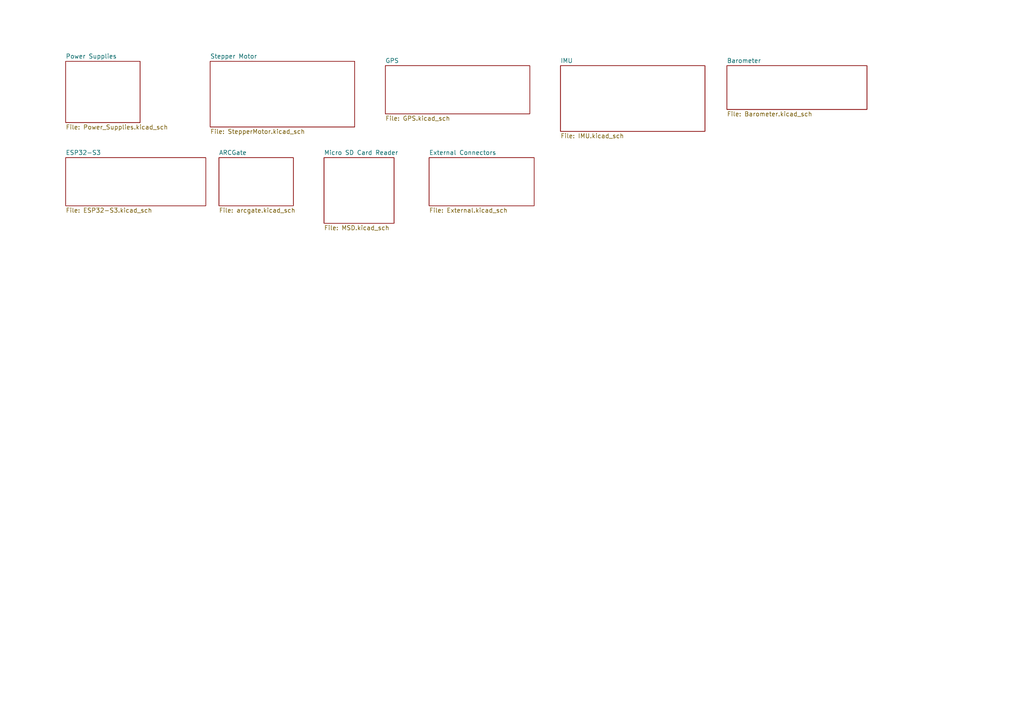
<source format=kicad_sch>
(kicad_sch
	(version 20250114)
	(generator "eeschema")
	(generator_version "9.0")
	(uuid "871c113b-1a4a-4bcb-9321-c2ba27503110")
	(paper "A4")
	(lib_symbols)
	(sheet
		(at 162.56 19.05)
		(size 41.91 19.05)
		(exclude_from_sim no)
		(in_bom yes)
		(on_board yes)
		(dnp no)
		(fields_autoplaced yes)
		(stroke
			(width 0.1524)
			(type solid)
		)
		(fill
			(color 0 0 0 0.0000)
		)
		(uuid "03eacf75-a13f-43eb-aea5-a2a73e5ebd42")
		(property "Sheetname" "IMU"
			(at 162.56 18.3384 0)
			(effects
				(font
					(size 1.27 1.27)
				)
				(justify left bottom)
			)
		)
		(property "Sheetfile" "IMU.kicad_sch"
			(at 162.56 38.6846 0)
			(effects
				(font
					(size 1.27 1.27)
				)
				(justify left top)
			)
		)
		(instances
			(project "Elysium_2026_ACB"
				(path "/871c113b-1a4a-4bcb-9321-c2ba27503110"
					(page "7")
				)
			)
		)
	)
	(sheet
		(at 210.82 19.05)
		(size 40.64 12.7)
		(exclude_from_sim no)
		(in_bom yes)
		(on_board yes)
		(dnp no)
		(fields_autoplaced yes)
		(stroke
			(width 0.1524)
			(type solid)
		)
		(fill
			(color 0 0 0 0.0000)
		)
		(uuid "29a409fe-c8d6-4534-a77e-2f94fd9a71fb")
		(property "Sheetname" "Barometer"
			(at 210.82 18.3384 0)
			(effects
				(font
					(size 1.27 1.27)
				)
				(justify left bottom)
			)
		)
		(property "Sheetfile" "Barometer.kicad_sch"
			(at 210.82 32.3346 0)
			(effects
				(font
					(size 1.27 1.27)
				)
				(justify left top)
			)
		)
		(instances
			(project "Elysium_2026_ACB"
				(path "/871c113b-1a4a-4bcb-9321-c2ba27503110"
					(page "8")
				)
			)
		)
	)
	(sheet
		(at 19.05 17.78)
		(size 21.59 17.78)
		(exclude_from_sim no)
		(in_bom yes)
		(on_board yes)
		(dnp no)
		(fields_autoplaced yes)
		(stroke
			(width 0.1524)
			(type solid)
		)
		(fill
			(color 0 0 0 0.0000)
		)
		(uuid "5797a452-dd84-422e-8598-e3787a117f09")
		(property "Sheetname" "Power Supplies"
			(at 19.05 17.0684 0)
			(effects
				(font
					(size 1.27 1.27)
				)
				(justify left bottom)
			)
		)
		(property "Sheetfile" "Power_Supplies.kicad_sch"
			(at 19.05 36.1446 0)
			(effects
				(font
					(size 1.27 1.27)
				)
				(justify left top)
			)
		)
		(instances
			(project "Elysium_2026_ACB"
				(path "/871c113b-1a4a-4bcb-9321-c2ba27503110"
					(page "4")
				)
			)
		)
	)
	(sheet
		(at 111.76 19.05)
		(size 41.91 13.97)
		(exclude_from_sim no)
		(in_bom yes)
		(on_board yes)
		(dnp no)
		(fields_autoplaced yes)
		(stroke
			(width 0.1524)
			(type solid)
		)
		(fill
			(color 0 0 0 0.0000)
		)
		(uuid "6ef77d1f-e63f-4da5-90f3-2f1a63645fb9")
		(property "Sheetname" "GPS"
			(at 111.76 18.3384 0)
			(effects
				(font
					(size 1.27 1.27)
				)
				(justify left bottom)
			)
		)
		(property "Sheetfile" "GPS.kicad_sch"
			(at 111.76 33.6046 0)
			(effects
				(font
					(size 1.27 1.27)
				)
				(justify left top)
			)
		)
		(instances
			(project "Elysium_2026_ACB"
				(path "/871c113b-1a4a-4bcb-9321-c2ba27503110"
					(page "6")
				)
			)
		)
	)
	(sheet
		(at 63.5 45.72)
		(size 21.59 13.97)
		(exclude_from_sim no)
		(in_bom yes)
		(on_board yes)
		(dnp no)
		(fields_autoplaced yes)
		(stroke
			(width 0.1524)
			(type solid)
		)
		(fill
			(color 0 0 0 0.0000)
		)
		(uuid "9dabc242-9456-4a3d-8ee3-7dde512a87e9")
		(property "Sheetname" "ARCGate"
			(at 63.5 45.0084 0)
			(effects
				(font
					(size 1.27 1.27)
				)
				(justify left bottom)
			)
		)
		(property "Sheetfile" "arcgate.kicad_sch"
			(at 63.5 60.2746 0)
			(effects
				(font
					(size 1.27 1.27)
				)
				(justify left top)
			)
		)
		(instances
			(project "Elysium_2026_ACB"
				(path "/871c113b-1a4a-4bcb-9321-c2ba27503110"
					(page "2")
				)
			)
		)
	)
	(sheet
		(at 93.98 45.72)
		(size 20.32 19.05)
		(exclude_from_sim no)
		(in_bom yes)
		(on_board yes)
		(dnp no)
		(fields_autoplaced yes)
		(stroke
			(width 0.1524)
			(type solid)
		)
		(fill
			(color 0 0 0 0.0000)
		)
		(uuid "b8be94d2-ff55-42e8-866c-759d694d670c")
		(property "Sheetname" "Micro SD Card Reader"
			(at 93.98 45.0084 0)
			(effects
				(font
					(size 1.27 1.27)
				)
				(justify left bottom)
			)
		)
		(property "Sheetfile" "MSD.kicad_sch"
			(at 93.98 65.3546 0)
			(effects
				(font
					(size 1.27 1.27)
				)
				(justify left top)
			)
		)
		(instances
			(project "Elysium_2026_ACB"
				(path "/871c113b-1a4a-4bcb-9321-c2ba27503110"
					(page "3")
				)
			)
		)
	)
	(sheet
		(at 60.96 17.78)
		(size 41.91 19.05)
		(exclude_from_sim no)
		(in_bom yes)
		(on_board yes)
		(dnp no)
		(fields_autoplaced yes)
		(stroke
			(width 0.1524)
			(type solid)
		)
		(fill
			(color 0 0 0 0.0000)
		)
		(uuid "ba4db081-957a-47f4-bd73-671fd3ad9125")
		(property "Sheetname" "Stepper Motor"
			(at 60.96 17.0684 0)
			(effects
				(font
					(size 1.27 1.27)
				)
				(justify left bottom)
			)
		)
		(property "Sheetfile" "StepperMotor.kicad_sch"
			(at 60.96 37.4146 0)
			(effects
				(font
					(size 1.27 1.27)
				)
				(justify left top)
			)
		)
		(instances
			(project "Elysium_2026_ACB"
				(path "/871c113b-1a4a-4bcb-9321-c2ba27503110"
					(page "5")
				)
			)
		)
	)
	(sheet
		(at 19.05 45.72)
		(size 40.64 13.97)
		(exclude_from_sim no)
		(in_bom yes)
		(on_board yes)
		(dnp no)
		(fields_autoplaced yes)
		(stroke
			(width 0.1524)
			(type solid)
		)
		(fill
			(color 0 0 0 0.0000)
		)
		(uuid "df53689c-e4b5-41ec-8e96-a96de906250c")
		(property "Sheetname" "ESP32-S3"
			(at 19.05 45.0084 0)
			(effects
				(font
					(size 1.27 1.27)
				)
				(justify left bottom)
			)
		)
		(property "Sheetfile" "ESP32-S3.kicad_sch"
			(at 19.05 60.2746 0)
			(effects
				(font
					(size 1.27 1.27)
				)
				(justify left top)
			)
		)
		(instances
			(project "Elysium_2026_ACB"
				(path "/871c113b-1a4a-4bcb-9321-c2ba27503110"
					(page "9")
				)
			)
		)
	)
	(sheet
		(at 124.46 45.72)
		(size 30.48 13.97)
		(exclude_from_sim no)
		(in_bom yes)
		(on_board yes)
		(dnp no)
		(fields_autoplaced yes)
		(stroke
			(width 0.1524)
			(type solid)
		)
		(fill
			(color 0 0 0 0.0000)
		)
		(uuid "f23db370-2bc4-4a96-9f5c-d87341e27757")
		(property "Sheetname" "External Connectors"
			(at 124.46 45.0084 0)
			(effects
				(font
					(size 1.27 1.27)
				)
				(justify left bottom)
			)
		)
		(property "Sheetfile" "External.kicad_sch"
			(at 124.46 60.2746 0)
			(effects
				(font
					(size 1.27 1.27)
				)
				(justify left top)
			)
		)
		(instances
			(project "Elysium_2026_ACB"
				(path "/871c113b-1a4a-4bcb-9321-c2ba27503110"
					(page "10")
				)
			)
		)
	)
	(sheet_instances
		(path "/"
			(page "1")
		)
	)
	(embedded_fonts no)
)

</source>
